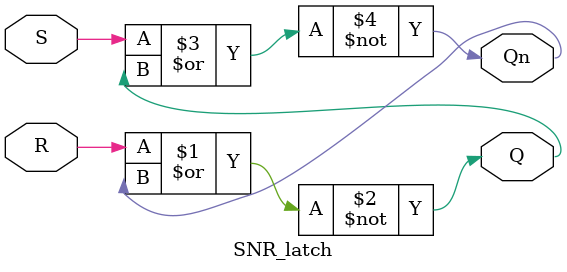
<source format=v>

module SNR_latch(

    input S,
    input R,
    output Q,
    output Qn
);

assign Q=~(R | Qn);
assign Qn=~(S | Q);

endmodule
</source>
